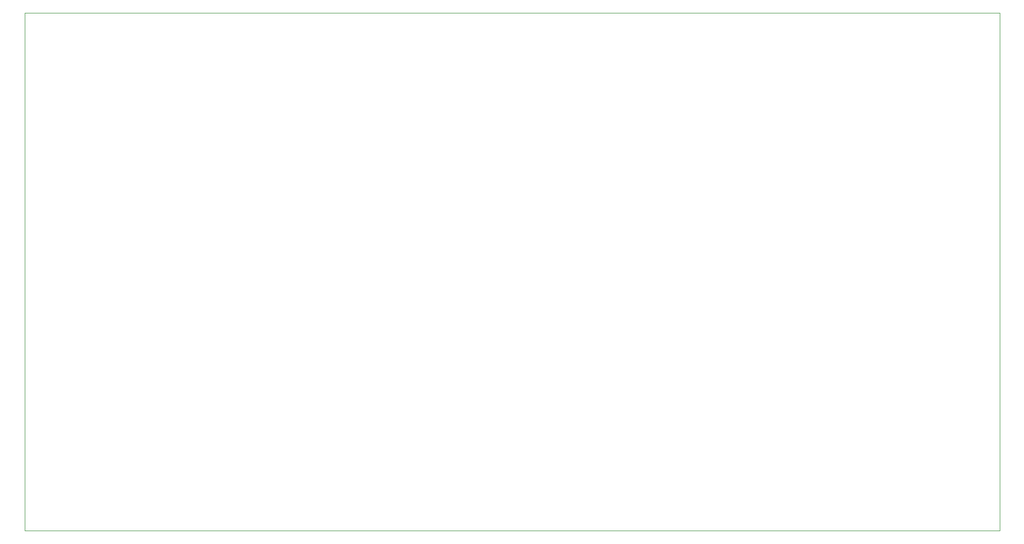
<source format=gbr>
%TF.GenerationSoftware,KiCad,Pcbnew,(6.0.5)*%
%TF.CreationDate,2022-12-29T11:20:52+00:00*%
%TF.ProjectId,PicoTX816-IOBoard,5069636f-5458-4383-9136-2d494f426f61,rev?*%
%TF.SameCoordinates,Original*%
%TF.FileFunction,Profile,NP*%
%FSLAX46Y46*%
G04 Gerber Fmt 4.6, Leading zero omitted, Abs format (unit mm)*
G04 Created by KiCad (PCBNEW (6.0.5)) date 2022-12-29 11:20:52*
%MOMM*%
%LPD*%
G01*
G04 APERTURE LIST*
%TA.AperFunction,Profile*%
%ADD10C,0.100000*%
%TD*%
G04 APERTURE END LIST*
D10*
X15000000Y-15000000D02*
X175000000Y-15000000D01*
X175000000Y-15000000D02*
X175000000Y-100000000D01*
X175000000Y-100000000D02*
X15000000Y-100000000D01*
X15000000Y-100000000D02*
X15000000Y-15000000D01*
M02*

</source>
